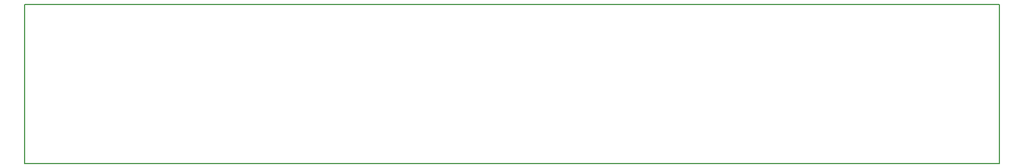
<source format=gbr>
G04 DipTrace 3.3.1.3*
G04 BoardOutline.gbr*
%MOIN*%
G04 #@! TF.FileFunction,Profile*
G04 #@! TF.Part,Single*
%ADD11C,0.005512*%
%FSLAX26Y26*%
G04*
G70*
G90*
G75*
G01*
G04 BoardOutline*
%LPD*%
X393700Y393700D2*
D11*
X6206200D1*
Y1343700D1*
X393700D1*
Y393700D1*
M02*

</source>
